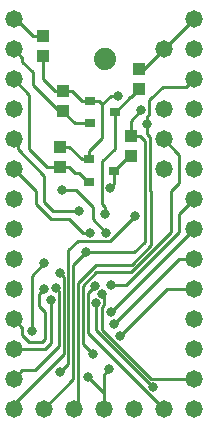
<source format=gbr>
G04 #@! TF.GenerationSoftware,KiCad,Pcbnew,(5.1.0)-1*
G04 #@! TF.CreationDate,2020-11-17T16:37:49-05:00*
G04 #@! TF.ProjectId,T61_LC_Scanner,5436315f-4c43-45f5-9363-616e6e65722e,rev?*
G04 #@! TF.SameCoordinates,Original*
G04 #@! TF.FileFunction,Copper,L1,Top*
G04 #@! TF.FilePolarity,Positive*
%FSLAX46Y46*%
G04 Gerber Fmt 4.6, Leading zero omitted, Abs format (unit mm)*
G04 Created by KiCad (PCBNEW (5.1.0)-1) date 2020-11-17 16:37:49*
%MOMM*%
%LPD*%
G04 APERTURE LIST*
%ADD10R,1.000000X1.100000*%
%ADD11R,0.900000X0.800000*%
%ADD12C,1.473200*%
%ADD13C,1.879600*%
%ADD14C,0.800000*%
%ADD15C,0.250000*%
G04 APERTURE END LIST*
D10*
X127386000Y-82829400D03*
X127386000Y-84529400D03*
D11*
X133398000Y-94213700D03*
X131298000Y-95163700D03*
X131298000Y-93263700D03*
X133495000Y-89250500D03*
X131395000Y-90200500D03*
X131395000Y-88300500D03*
D10*
X128900000Y-92200000D03*
X128900000Y-93900000D03*
X134850000Y-91248800D03*
X134850000Y-92948800D03*
X135550000Y-85600000D03*
X135550000Y-87300000D03*
X129150000Y-87500000D03*
X129150000Y-89200000D03*
D12*
X137638000Y-94091800D03*
X132558000Y-114411800D03*
X137638000Y-91551800D03*
X130018000Y-114411800D03*
X127478000Y-114411800D03*
X137638000Y-83931800D03*
X135098000Y-114411800D03*
X137638000Y-114411800D03*
X137638000Y-89011800D03*
X140178000Y-81391800D03*
X124938000Y-81391800D03*
X140178000Y-83931800D03*
X140178000Y-86471800D03*
X124938000Y-83931800D03*
X140178000Y-89011800D03*
X140178000Y-91551800D03*
X140178000Y-94091800D03*
X140178000Y-96631800D03*
X140178000Y-99171800D03*
X140178000Y-101711800D03*
X140178000Y-104251800D03*
X140178000Y-106791800D03*
X140178000Y-109331800D03*
X140178000Y-111871800D03*
X140178000Y-114411800D03*
X124938000Y-114411800D03*
X124938000Y-111871800D03*
X124938000Y-109331800D03*
X124938000Y-106791800D03*
X124938000Y-104251800D03*
X124938000Y-101711800D03*
X124938000Y-99171800D03*
X124938000Y-96631800D03*
X124938000Y-94091800D03*
X124938000Y-91551800D03*
X124938000Y-89011800D03*
X124938000Y-86471800D03*
D13*
X132650000Y-84800000D03*
D14*
X133050000Y-111000000D03*
X128854300Y-111300600D03*
X131250000Y-111700000D03*
X135200000Y-98050000D03*
X131622700Y-109748200D03*
X133750000Y-87900000D03*
X136200000Y-90300000D03*
X131788200Y-103956300D03*
X133144800Y-103884800D03*
X133156500Y-106193300D03*
X133410300Y-107208300D03*
X133926500Y-108258500D03*
X131870900Y-105399700D03*
X136777000Y-112570700D03*
X132455300Y-104636800D03*
X128845800Y-102870500D03*
X128501700Y-104195300D03*
X128099000Y-105150000D03*
X127503800Y-104227300D03*
X131388200Y-99485000D03*
X130483300Y-97602100D03*
X132765600Y-99476500D03*
X129000000Y-95850000D03*
X126450000Y-107800000D03*
X127550000Y-102000000D03*
X133127400Y-95650000D03*
X132670200Y-97887800D03*
X135750900Y-89105800D03*
X131084900Y-101137000D03*
D15*
X127386000Y-82829400D02*
X126608300Y-82829400D01*
X124938000Y-81391800D02*
X125170700Y-81391800D01*
X125170700Y-81391800D02*
X126608300Y-82829400D01*
X132558000Y-111492000D02*
X133050000Y-111000000D01*
X132558000Y-112758000D02*
X132558000Y-111492000D01*
X132558000Y-114411800D02*
X132558000Y-112758000D01*
X132558000Y-114411800D02*
X132558000Y-113158000D01*
X132558000Y-113158000D02*
X132558000Y-113008000D01*
X132558000Y-113008000D02*
X131250000Y-111700000D01*
X128854300Y-111300600D02*
X129582200Y-110572700D01*
X129582200Y-110572700D02*
X129582200Y-100970707D01*
X129582200Y-100970707D02*
X130387307Y-100165600D01*
X130387307Y-100165600D02*
X133079054Y-100165600D01*
X133079054Y-100165600D02*
X134362201Y-98882453D01*
X134362201Y-98882453D02*
X134367547Y-98882453D01*
X134367547Y-98882453D02*
X135200000Y-98050000D01*
X138696500Y-92610300D02*
X137638000Y-91551800D01*
X138950000Y-92863800D02*
X138696500Y-92610300D01*
X138950000Y-95250000D02*
X138950000Y-92863800D01*
X130790400Y-108915900D02*
X130790400Y-103980900D01*
X131622700Y-109748200D02*
X130790400Y-108915900D01*
X138293900Y-95906100D02*
X138950000Y-95250000D01*
X130790400Y-103980900D02*
X131950000Y-102821300D01*
X131950000Y-102821300D02*
X134908500Y-102821300D01*
X134908500Y-102821300D02*
X138293900Y-99435900D01*
X138293900Y-99435900D02*
X138293900Y-95906100D01*
X132022000Y-88300500D02*
X132122600Y-88300500D01*
X132122600Y-88300500D02*
X132122800Y-88300700D01*
X140178000Y-86471800D02*
X139536400Y-87113400D01*
X131395000Y-88300500D02*
X132022000Y-88300500D01*
X130713700Y-93263700D02*
X131298000Y-93263700D01*
X128900000Y-92200000D02*
X129650000Y-92200000D01*
X129650000Y-92200000D02*
X130713700Y-93263700D01*
X130695000Y-88300500D02*
X130200000Y-87805500D01*
X131395000Y-88300500D02*
X130695000Y-88300500D01*
X129900000Y-87500000D02*
X129150000Y-87500000D01*
X130200000Y-87800000D02*
X129900000Y-87500000D01*
X130200000Y-87805500D02*
X130200000Y-87800000D01*
X128400000Y-87500000D02*
X129150000Y-87500000D01*
X127386000Y-86486000D02*
X128400000Y-87500000D01*
X127386000Y-84529400D02*
X127386000Y-86486000D01*
X137574600Y-87113400D02*
X136594000Y-88094000D01*
X138063400Y-87113400D02*
X137574600Y-87113400D01*
X139536400Y-87113400D02*
X138063400Y-87113400D01*
X132436750Y-88614650D02*
X132122600Y-88300500D01*
X132436750Y-91447250D02*
X132436750Y-88614650D01*
X131298000Y-93263700D02*
X131298000Y-92586000D01*
X131298000Y-92586000D02*
X132436750Y-91447250D01*
X132436750Y-88614650D02*
X133151400Y-87900000D01*
X133151400Y-87900000D02*
X133750000Y-87900000D01*
X136452410Y-95852410D02*
X136452410Y-91452410D01*
X136594000Y-95994000D02*
X136452410Y-95852410D01*
X130018000Y-114411800D02*
X130387700Y-114042100D01*
X130387700Y-114042100D02*
X130387700Y-103775600D01*
X130387700Y-103775600D02*
X131944800Y-102218500D01*
X131944800Y-102218500D02*
X134927800Y-102218500D01*
X134927800Y-102218500D02*
X136594000Y-100552300D01*
X136594000Y-100552300D02*
X136594000Y-95994000D01*
X136452410Y-91452410D02*
X136452410Y-91352410D01*
X136200000Y-91100000D02*
X136200000Y-90300000D01*
X136452410Y-91352410D02*
X136200000Y-91100000D01*
X136200000Y-89659254D02*
X136428301Y-89430953D01*
X136200000Y-90300000D02*
X136200000Y-89659254D01*
X136428301Y-88259699D02*
X136594000Y-88094000D01*
X136428301Y-89430953D02*
X136428301Y-88259699D01*
X137638000Y-114411800D02*
X131193100Y-107966900D01*
X131193100Y-107966900D02*
X131193100Y-104551400D01*
X131193100Y-104551400D02*
X131788200Y-103956300D01*
X129150000Y-89250000D02*
X129150000Y-89200000D01*
X130100500Y-90200500D02*
X129150000Y-89250000D01*
X131395000Y-90200500D02*
X130100500Y-90200500D01*
X128750000Y-89200000D02*
X129150000Y-89200000D01*
X126550000Y-87000000D02*
X128750000Y-89200000D01*
X126550000Y-85900000D02*
X126550000Y-87000000D01*
X125674599Y-85024599D02*
X126550000Y-85900000D01*
X124938000Y-83931800D02*
X125674599Y-84668399D01*
X125674599Y-84668399D02*
X125674599Y-85024599D01*
X138897800Y-99401700D02*
X134414700Y-103884800D01*
X134414700Y-103884800D02*
X133144800Y-103884800D01*
X138897800Y-97912000D02*
X140178000Y-96631800D01*
X138897800Y-99401700D02*
X138897800Y-97912000D01*
X140178000Y-99171800D02*
X133156500Y-106193300D01*
X140178000Y-101711800D02*
X138906800Y-101711800D01*
X138906800Y-101711800D02*
X133410300Y-107208300D01*
X140178000Y-104251800D02*
X137933200Y-104251800D01*
X137933200Y-104251800D02*
X133926500Y-108258500D01*
X136777000Y-112570700D02*
X136710700Y-112570700D01*
X136710700Y-112570700D02*
X131870900Y-107730900D01*
X131870900Y-107730900D02*
X131870900Y-105399700D01*
X140178000Y-111871800D02*
X136581400Y-111871800D01*
X136581400Y-111871800D02*
X132421800Y-107712200D01*
X132421800Y-107712200D02*
X132421800Y-105807300D01*
X132421800Y-105807300D02*
X132599200Y-105629900D01*
X132599200Y-105629900D02*
X132599200Y-104780700D01*
X132599200Y-104780700D02*
X132455300Y-104636800D01*
X128845800Y-102870500D02*
X129179500Y-103204200D01*
X129179500Y-103204200D02*
X129179500Y-109720100D01*
X129179500Y-109720100D02*
X124938000Y-113961600D01*
X124938000Y-113961600D02*
X124938000Y-114411800D01*
X128776800Y-104470400D02*
X128501700Y-104195300D01*
X128776800Y-109073200D02*
X128776800Y-104470400D01*
X126714799Y-111135201D02*
X128776800Y-109073200D01*
X124938000Y-111871800D02*
X125674599Y-111135201D01*
X125674599Y-111135201D02*
X126714799Y-111135201D01*
X128099000Y-105715685D02*
X128099000Y-105150000D01*
X128099000Y-108799000D02*
X128099000Y-105715685D01*
X127566200Y-109331800D02*
X128099000Y-108799000D01*
X124938000Y-109331800D02*
X127566200Y-109331800D01*
X127103801Y-105653801D02*
X127103801Y-104627299D01*
X127600000Y-108450000D02*
X127600000Y-106150000D01*
X127103801Y-104627299D02*
X127503800Y-104227300D01*
X126250000Y-108750000D02*
X127300000Y-108750000D01*
X127600000Y-106150000D02*
X127103801Y-105653801D01*
X127300000Y-108750000D02*
X127600000Y-108450000D01*
X125674599Y-108174599D02*
X126250000Y-108750000D01*
X125674599Y-107528399D02*
X125674599Y-108174599D01*
X124938000Y-106791800D02*
X125674599Y-107528399D01*
X126823100Y-95976900D02*
X126823100Y-97023100D01*
X124938000Y-94091800D02*
X126823100Y-95976900D01*
X129662515Y-98325000D02*
X128125000Y-98325000D01*
X130822515Y-99485000D02*
X129662515Y-98325000D01*
X131388200Y-99485000D02*
X130822515Y-99485000D01*
X126823100Y-97023100D02*
X128125000Y-98325000D01*
X125300000Y-91913800D02*
X124938000Y-91551800D01*
X125300000Y-92400000D02*
X125300000Y-91913800D01*
X127550000Y-94650000D02*
X125300000Y-92400000D01*
X127550000Y-96850000D02*
X127550000Y-94650000D01*
X130483300Y-97602100D02*
X128302100Y-97602100D01*
X128302100Y-97602100D02*
X127550000Y-96850000D01*
X130181600Y-95850000D02*
X129000000Y-95850000D01*
X131615800Y-98326700D02*
X131615800Y-97284200D01*
X132765600Y-99476500D02*
X131615800Y-98326700D01*
X131615800Y-97284200D02*
X130181600Y-95850000D01*
X124938000Y-86471800D02*
X126266000Y-87799800D01*
X129650000Y-93900000D02*
X130150000Y-94400000D01*
X128900000Y-93900000D02*
X129650000Y-93900000D01*
X131248000Y-95163700D02*
X131298000Y-95163700D01*
X130484300Y-94400000D02*
X131248000Y-95163700D01*
X130150000Y-94400000D02*
X130484300Y-94400000D01*
X127750000Y-93900000D02*
X128900000Y-93900000D01*
X126266000Y-92416000D02*
X127750000Y-93900000D01*
X126266000Y-91884000D02*
X126266000Y-92416000D01*
X126266000Y-87799800D02*
X126266000Y-91884000D01*
X126450000Y-103100000D02*
X127550000Y-102000000D01*
X126450000Y-104600000D02*
X126450000Y-103100000D01*
X126450000Y-107800000D02*
X126450000Y-104600000D01*
X133398000Y-94213700D02*
X133398000Y-95379400D01*
X133398000Y-95379400D02*
X133127400Y-95650000D01*
X134662900Y-92948800D02*
X133398000Y-94213700D01*
X134850000Y-92948800D02*
X134662900Y-92948800D01*
X133548700Y-89250500D02*
X133602400Y-89250500D01*
X133495000Y-89250500D02*
X133548700Y-89250500D01*
X133602400Y-89250500D02*
X134828300Y-88024600D01*
X132670200Y-97270200D02*
X132670200Y-97887800D01*
X132450000Y-97050000D02*
X132670200Y-97270200D01*
X132450000Y-93400000D02*
X132450000Y-97050000D01*
X133495000Y-89250500D02*
X133495000Y-92355000D01*
X133495000Y-92355000D02*
X132450000Y-93400000D01*
X134875400Y-88024600D02*
X134828300Y-88024600D01*
X135550000Y-87350000D02*
X134875400Y-88024600D01*
X135550000Y-87300000D02*
X135550000Y-87350000D01*
X140178000Y-81391800D02*
X137638000Y-83931800D01*
X129985000Y-102236900D02*
X131084900Y-101137000D01*
X129985000Y-111904800D02*
X129985000Y-102236900D01*
X127478000Y-114411800D02*
X129985000Y-111904800D01*
X134850000Y-90006700D02*
X134850000Y-91248800D01*
X135750900Y-89105800D02*
X134850000Y-90006700D01*
X135600000Y-91248800D02*
X134850000Y-91248800D01*
X136050000Y-91698800D02*
X135600000Y-91248800D01*
X136050000Y-100241590D02*
X136050000Y-91698800D01*
X135154590Y-101137000D02*
X136050000Y-100241590D01*
X131084900Y-101137000D02*
X135154590Y-101137000D01*
X135969800Y-85600000D02*
X135550000Y-85600000D01*
X137638000Y-83931800D02*
X135969800Y-85600000D01*
M02*

</source>
